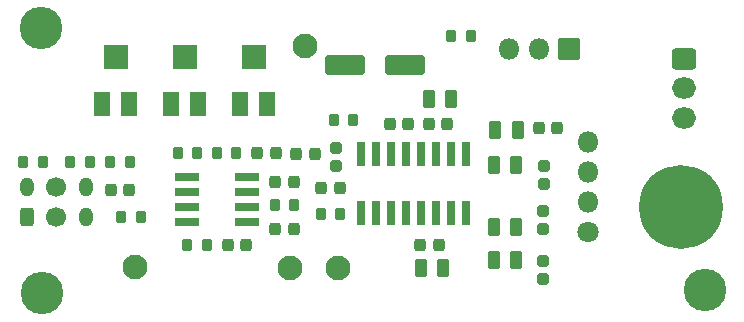
<source format=gbr>
%TF.GenerationSoftware,KiCad,Pcbnew,(6.0.7-1)-1*%
%TF.CreationDate,2023-09-21T22:33:58-04:00*%
%TF.ProjectId,EMHarpsichord_Stage1,454d4861-7270-4736-9963-686f72645f53,rev?*%
%TF.SameCoordinates,Original*%
%TF.FileFunction,Soldermask,Top*%
%TF.FilePolarity,Negative*%
%FSLAX46Y46*%
G04 Gerber Fmt 4.6, Leading zero omitted, Abs format (unit mm)*
G04 Created by KiCad (PCBNEW (6.0.7-1)-1) date 2023-09-21 22:33:58*
%MOMM*%
%LPD*%
G01*
G04 APERTURE LIST*
G04 Aperture macros list*
%AMRoundRect*
0 Rectangle with rounded corners*
0 $1 Rounding radius*
0 $2 $3 $4 $5 $6 $7 $8 $9 X,Y pos of 4 corners*
0 Add a 4 corners polygon primitive as box body*
4,1,4,$2,$3,$4,$5,$6,$7,$8,$9,$2,$3,0*
0 Add four circle primitives for the rounded corners*
1,1,$1+$1,$2,$3*
1,1,$1+$1,$4,$5*
1,1,$1+$1,$6,$7*
1,1,$1+$1,$8,$9*
0 Add four rect primitives between the rounded corners*
20,1,$1+$1,$2,$3,$4,$5,0*
20,1,$1+$1,$4,$5,$6,$7,0*
20,1,$1+$1,$6,$7,$8,$9,0*
20,1,$1+$1,$8,$9,$2,$3,0*%
G04 Aperture macros list end*
%ADD10C,2.100000*%
%ADD11RoundRect,0.275000X-0.225000X-0.250000X0.225000X-0.250000X0.225000X0.250000X-0.225000X0.250000X0*%
%ADD12RoundRect,0.250000X0.200000X0.275000X-0.200000X0.275000X-0.200000X-0.275000X0.200000X-0.275000X0*%
%ADD13C,1.800000*%
%ADD14O,1.800000X1.800000*%
%ADD15RoundRect,0.300000X-0.250000X-0.475000X0.250000X-0.475000X0.250000X0.475000X-0.250000X0.475000X0*%
%ADD16RoundRect,0.275000X-0.250000X0.225000X-0.250000X-0.225000X0.250000X-0.225000X0.250000X0.225000X0*%
%ADD17C,3.600000*%
%ADD18RoundRect,0.050000X-0.850000X0.850000X-0.850000X-0.850000X0.850000X-0.850000X0.850000X0.850000X0*%
%ADD19RoundRect,0.050000X-0.650000X1.000000X-0.650000X-1.000000X0.650000X-1.000000X0.650000X1.000000X0*%
%ADD20RoundRect,0.050000X-1.000000X1.000000X-1.000000X-1.000000X1.000000X-1.000000X1.000000X1.000000X0*%
%ADD21RoundRect,0.250000X-0.200000X-0.275000X0.200000X-0.275000X0.200000X0.275000X-0.200000X0.275000X0*%
%ADD22RoundRect,0.275000X0.250000X-0.225000X0.250000X0.225000X-0.250000X0.225000X-0.250000X-0.225000X0*%
%ADD23RoundRect,0.300000X1.412500X0.550000X-1.412500X0.550000X-1.412500X-0.550000X1.412500X-0.550000X0*%
%ADD24RoundRect,0.275000X0.225000X0.250000X-0.225000X0.250000X-0.225000X-0.250000X0.225000X-0.250000X0*%
%ADD25RoundRect,0.300000X0.250000X0.475000X-0.250000X0.475000X-0.250000X-0.475000X0.250000X-0.475000X0*%
%ADD26RoundRect,0.212500X-0.825000X-0.162500X0.825000X-0.162500X0.825000X0.162500X-0.825000X0.162500X0*%
%ADD27RoundRect,0.300000X-0.725000X0.600000X-0.725000X-0.600000X0.725000X-0.600000X0.725000X0.600000X0*%
%ADD28O,2.050000X1.800000*%
%ADD29RoundRect,0.200000X-0.150000X0.850000X-0.150000X-0.850000X0.150000X-0.850000X0.150000X0.850000X0*%
%ADD30C,7.100000*%
%ADD31C,1.700000*%
%ADD32RoundRect,0.299700X-0.300300X-0.500300X0.300300X-0.500300X0.300300X0.500300X-0.300300X0.500300X0*%
%ADD33O,1.200000X1.600000*%
G04 APERTURE END LIST*
D10*
%TO.C,TP4*%
X152781000Y-116205000D03*
%TD*%
D11*
%TO.C,C2*%
X133582000Y-109591000D03*
X135132000Y-109591000D03*
%TD*%
D12*
%TO.C,R4*%
X131782000Y-107191000D03*
X130132000Y-107191000D03*
%TD*%
%TO.C,R11*%
X135182000Y-107191000D03*
X133532000Y-107191000D03*
%TD*%
D13*
%TO.C,J2*%
X173957000Y-113091000D03*
D14*
X173957000Y-110551000D03*
X173957000Y-108011000D03*
X173957000Y-105471000D03*
%TD*%
D15*
%TO.C,FB3*%
X166007000Y-112691000D03*
X167907000Y-112691000D03*
%TD*%
D11*
%TO.C,C3*%
X143482000Y-114265000D03*
X145032000Y-114265000D03*
%TD*%
D10*
%TO.C,TP1*%
X135636000Y-116078000D03*
%TD*%
D16*
%TO.C,C17*%
X170157000Y-111316000D03*
X170157000Y-112866000D03*
%TD*%
D17*
%TO.C,*%
X127762000Y-118300500D03*
%TD*%
D18*
%TO.C,J1*%
X172324000Y-97663000D03*
D14*
X169784000Y-97663000D03*
X167244000Y-97663000D03*
%TD*%
D19*
%TO.C,RV1*%
X135135000Y-102291000D03*
D20*
X133985000Y-98291000D03*
D19*
X132835000Y-102291000D03*
%TD*%
D21*
%TO.C,R2*%
X142532000Y-106465000D03*
X144182000Y-106465000D03*
%TD*%
%TO.C,R10*%
X162370000Y-96520000D03*
X164020000Y-96520000D03*
%TD*%
D11*
%TO.C,C7*%
X149282000Y-106491000D03*
X150832000Y-106491000D03*
%TD*%
%TO.C,C5*%
X147482000Y-112865000D03*
X149032000Y-112865000D03*
%TD*%
D10*
%TO.C,TP3*%
X148717000Y-116205000D03*
%TD*%
D15*
%TO.C,FB4*%
X166007000Y-115491000D03*
X167907000Y-115491000D03*
%TD*%
D21*
%TO.C,R5*%
X134432000Y-111891000D03*
X136082000Y-111891000D03*
%TD*%
D22*
%TO.C,C9*%
X152657000Y-107566000D03*
X152657000Y-106016000D03*
%TD*%
D21*
%TO.C,R6*%
X140032000Y-114265000D03*
X141682000Y-114265000D03*
%TD*%
D19*
%TO.C,RV2*%
X140977000Y-102291000D03*
D20*
X139827000Y-98291000D03*
D19*
X138677000Y-102291000D03*
%TD*%
D23*
%TO.C,C6*%
X158494500Y-98991000D03*
X153419500Y-98991000D03*
%TD*%
D22*
%TO.C,C18*%
X170180000Y-117107000D03*
X170180000Y-115557000D03*
%TD*%
D24*
%TO.C,C11*%
X161332000Y-114191000D03*
X159782000Y-114191000D03*
%TD*%
%TO.C,C15*%
X171332000Y-104291000D03*
X169782000Y-104291000D03*
%TD*%
%TO.C,C13*%
X162032000Y-103991000D03*
X160482000Y-103991000D03*
%TD*%
D11*
%TO.C,C1*%
X145982000Y-106465000D03*
X147532000Y-106465000D03*
%TD*%
D22*
%TO.C,C16*%
X170257000Y-109066000D03*
X170257000Y-107516000D03*
%TD*%
D17*
%TO.C,*%
X127635000Y-95885000D03*
%TD*%
D11*
%TO.C,C10*%
X157182000Y-103991000D03*
X158732000Y-103991000D03*
%TD*%
D12*
%TO.C,R1*%
X127782000Y-107191000D03*
X126132000Y-107191000D03*
%TD*%
D24*
%TO.C,C8*%
X152932000Y-109391000D03*
X151382000Y-109391000D03*
%TD*%
D15*
%TO.C,FB1*%
X166107000Y-104491000D03*
X168007000Y-104491000D03*
%TD*%
D25*
%TO.C,C12*%
X161707000Y-116191000D03*
X159807000Y-116191000D03*
%TD*%
D26*
%TO.C,U2*%
X140019500Y-108460000D03*
X140019500Y-109730000D03*
X140019500Y-111000000D03*
X140019500Y-112270000D03*
X145094500Y-112270000D03*
X145094500Y-111000000D03*
X145094500Y-109730000D03*
X145094500Y-108460000D03*
%TD*%
D21*
%TO.C,R3*%
X139232000Y-106465000D03*
X140882000Y-106465000D03*
%TD*%
D27*
%TO.C,J3*%
X182135000Y-98465000D03*
D28*
X182135000Y-100965000D03*
X182135000Y-103465000D03*
%TD*%
D12*
%TO.C,R7*%
X149082000Y-110865000D03*
X147432000Y-110865000D03*
%TD*%
D25*
%TO.C,C14*%
X162407000Y-101891000D03*
X160507000Y-101891000D03*
%TD*%
D29*
%TO.C,U3*%
X163602000Y-106491000D03*
X162332000Y-106491000D03*
X161062000Y-106491000D03*
X159792000Y-106491000D03*
X158522000Y-106491000D03*
X157252000Y-106491000D03*
X155982000Y-106491000D03*
X154712000Y-106491000D03*
X154712000Y-111491000D03*
X155982000Y-111491000D03*
X157252000Y-111491000D03*
X158522000Y-111491000D03*
X159792000Y-111491000D03*
X161062000Y-111491000D03*
X162332000Y-111491000D03*
X163602000Y-111491000D03*
%TD*%
D30*
%TO.C,TP6*%
X181864000Y-110998000D03*
%TD*%
D19*
%TO.C,RV3*%
X146819000Y-102291000D03*
D20*
X145669000Y-98291000D03*
D19*
X144519000Y-102291000D03*
%TD*%
D15*
%TO.C,FB2*%
X166007000Y-107491000D03*
X167907000Y-107491000D03*
%TD*%
D21*
%TO.C,R8*%
X152432000Y-103691000D03*
X154082000Y-103691000D03*
%TD*%
D17*
%TO.C,*%
X183896000Y-118046500D03*
%TD*%
D21*
%TO.C,R9*%
X151332000Y-111591000D03*
X152982000Y-111591000D03*
%TD*%
D10*
%TO.C,TP2*%
X149987000Y-97409000D03*
%TD*%
D24*
%TO.C,C4*%
X149032000Y-108865000D03*
X147482000Y-108865000D03*
%TD*%
D31*
%TO.C,U1*%
X128932000Y-111841000D03*
X128932000Y-109341000D03*
D32*
X126432000Y-111841000D03*
D33*
X126432000Y-109341000D03*
X131432000Y-109341000D03*
X131432000Y-111841000D03*
%TD*%
M02*

</source>
